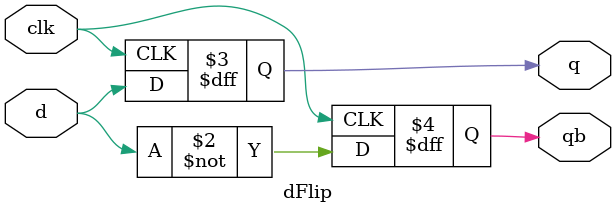
<source format=v>

module dFlip(d,clk,q,qb);
input d,clk;
output q,qb;
reg q,qb;


always @(posedge clk)
	begin
		  q = d;
		  qb = ~q;
	end
endmodule

</source>
